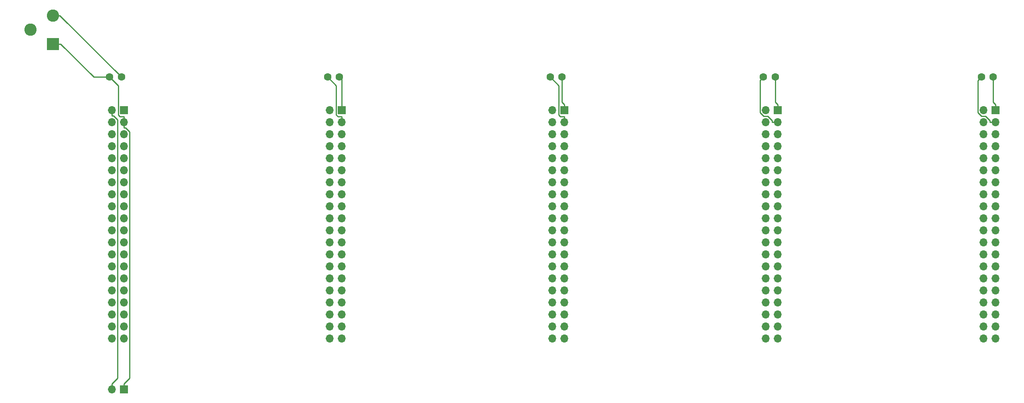
<source format=gbl>
G04 #@! TF.GenerationSoftware,KiCad,Pcbnew,(5.1.12)-1*
G04 #@! TF.CreationDate,2022-10-05T17:50:00-05:00*
G04 #@! TF.ProjectId,motherboard,6d6f7468-6572-4626-9f61-72642e6b6963,rev?*
G04 #@! TF.SameCoordinates,Original*
G04 #@! TF.FileFunction,Copper,L2,Bot*
G04 #@! TF.FilePolarity,Positive*
%FSLAX46Y46*%
G04 Gerber Fmt 4.6, Leading zero omitted, Abs format (unit mm)*
G04 Created by KiCad (PCBNEW (5.1.12)-1) date 2022-10-05 17:50:00*
%MOMM*%
%LPD*%
G01*
G04 APERTURE LIST*
G04 #@! TA.AperFunction,ComponentPad*
%ADD10O,1.700000X1.700000*%
G04 #@! TD*
G04 #@! TA.AperFunction,ComponentPad*
%ADD11R,1.700000X1.700000*%
G04 #@! TD*
G04 #@! TA.AperFunction,ComponentPad*
%ADD12C,1.600000*%
G04 #@! TD*
G04 #@! TA.AperFunction,ComponentPad*
%ADD13R,2.600000X2.600000*%
G04 #@! TD*
G04 #@! TA.AperFunction,ComponentPad*
%ADD14C,2.600000*%
G04 #@! TD*
G04 #@! TA.AperFunction,Conductor*
%ADD15C,0.250000*%
G04 #@! TD*
G04 APERTURE END LIST*
D10*
X232460000Y-105260000D03*
X235000000Y-105260000D03*
X232460000Y-102720000D03*
X235000000Y-102720000D03*
X232460000Y-100180000D03*
X235000000Y-100180000D03*
X232460000Y-97640000D03*
X235000000Y-97640000D03*
X232460000Y-95100000D03*
X235000000Y-95100000D03*
X232460000Y-92560000D03*
X235000000Y-92560000D03*
X232460000Y-90020000D03*
X235000000Y-90020000D03*
X232460000Y-87480000D03*
X235000000Y-87480000D03*
X232460000Y-84940000D03*
X235000000Y-84940000D03*
X232460000Y-82400000D03*
X235000000Y-82400000D03*
X232460000Y-79860000D03*
X235000000Y-79860000D03*
X232460000Y-77320000D03*
X235000000Y-77320000D03*
X232460000Y-74780000D03*
X235000000Y-74780000D03*
X232460000Y-72240000D03*
X235000000Y-72240000D03*
X232460000Y-69700000D03*
X235000000Y-69700000D03*
X232460000Y-67160000D03*
X235000000Y-67160000D03*
X232460000Y-64620000D03*
X235000000Y-64620000D03*
X232460000Y-62080000D03*
X235000000Y-62080000D03*
X232460000Y-59540000D03*
X235000000Y-59540000D03*
X232460000Y-57000000D03*
D11*
X235000000Y-57000000D03*
D10*
X186460000Y-105260000D03*
X189000000Y-105260000D03*
X186460000Y-102720000D03*
X189000000Y-102720000D03*
X186460000Y-100180000D03*
X189000000Y-100180000D03*
X186460000Y-97640000D03*
X189000000Y-97640000D03*
X186460000Y-95100000D03*
X189000000Y-95100000D03*
X186460000Y-92560000D03*
X189000000Y-92560000D03*
X186460000Y-90020000D03*
X189000000Y-90020000D03*
X186460000Y-87480000D03*
X189000000Y-87480000D03*
X186460000Y-84940000D03*
X189000000Y-84940000D03*
X186460000Y-82400000D03*
X189000000Y-82400000D03*
X186460000Y-79860000D03*
X189000000Y-79860000D03*
X186460000Y-77320000D03*
X189000000Y-77320000D03*
X186460000Y-74780000D03*
X189000000Y-74780000D03*
X186460000Y-72240000D03*
X189000000Y-72240000D03*
X186460000Y-69700000D03*
X189000000Y-69700000D03*
X186460000Y-67160000D03*
X189000000Y-67160000D03*
X186460000Y-64620000D03*
X189000000Y-64620000D03*
X186460000Y-62080000D03*
X189000000Y-62080000D03*
X186460000Y-59540000D03*
X189000000Y-59540000D03*
X186460000Y-57000000D03*
D11*
X189000000Y-57000000D03*
D10*
X141460000Y-105260000D03*
X144000000Y-105260000D03*
X141460000Y-102720000D03*
X144000000Y-102720000D03*
X141460000Y-100180000D03*
X144000000Y-100180000D03*
X141460000Y-97640000D03*
X144000000Y-97640000D03*
X141460000Y-95100000D03*
X144000000Y-95100000D03*
X141460000Y-92560000D03*
X144000000Y-92560000D03*
X141460000Y-90020000D03*
X144000000Y-90020000D03*
X141460000Y-87480000D03*
X144000000Y-87480000D03*
X141460000Y-84940000D03*
X144000000Y-84940000D03*
X141460000Y-82400000D03*
X144000000Y-82400000D03*
X141460000Y-79860000D03*
X144000000Y-79860000D03*
X141460000Y-77320000D03*
X144000000Y-77320000D03*
X141460000Y-74780000D03*
X144000000Y-74780000D03*
X141460000Y-72240000D03*
X144000000Y-72240000D03*
X141460000Y-69700000D03*
X144000000Y-69700000D03*
X141460000Y-67160000D03*
X144000000Y-67160000D03*
X141460000Y-64620000D03*
X144000000Y-64620000D03*
X141460000Y-62080000D03*
X144000000Y-62080000D03*
X141460000Y-59540000D03*
X144000000Y-59540000D03*
X141460000Y-57000000D03*
D11*
X144000000Y-57000000D03*
D10*
X94460000Y-105260000D03*
X97000000Y-105260000D03*
X94460000Y-102720000D03*
X97000000Y-102720000D03*
X94460000Y-100180000D03*
X97000000Y-100180000D03*
X94460000Y-97640000D03*
X97000000Y-97640000D03*
X94460000Y-95100000D03*
X97000000Y-95100000D03*
X94460000Y-92560000D03*
X97000000Y-92560000D03*
X94460000Y-90020000D03*
X97000000Y-90020000D03*
X94460000Y-87480000D03*
X97000000Y-87480000D03*
X94460000Y-84940000D03*
X97000000Y-84940000D03*
X94460000Y-82400000D03*
X97000000Y-82400000D03*
X94460000Y-79860000D03*
X97000000Y-79860000D03*
X94460000Y-77320000D03*
X97000000Y-77320000D03*
X94460000Y-74780000D03*
X97000000Y-74780000D03*
X94460000Y-72240000D03*
X97000000Y-72240000D03*
X94460000Y-69700000D03*
X97000000Y-69700000D03*
X94460000Y-67160000D03*
X97000000Y-67160000D03*
X94460000Y-64620000D03*
X97000000Y-64620000D03*
X94460000Y-62080000D03*
X97000000Y-62080000D03*
X94460000Y-59540000D03*
X97000000Y-59540000D03*
X94460000Y-57000000D03*
D11*
X97000000Y-57000000D03*
D10*
X48460000Y-105260000D03*
X51000000Y-105260000D03*
X48460000Y-102720000D03*
X51000000Y-102720000D03*
X48460000Y-100180000D03*
X51000000Y-100180000D03*
X48460000Y-97640000D03*
X51000000Y-97640000D03*
X48460000Y-95100000D03*
X51000000Y-95100000D03*
X48460000Y-92560000D03*
X51000000Y-92560000D03*
X48460000Y-90020000D03*
X51000000Y-90020000D03*
X48460000Y-87480000D03*
X51000000Y-87480000D03*
X48460000Y-84940000D03*
X51000000Y-84940000D03*
X48460000Y-82400000D03*
X51000000Y-82400000D03*
X48460000Y-79860000D03*
X51000000Y-79860000D03*
X48460000Y-77320000D03*
X51000000Y-77320000D03*
X48460000Y-74780000D03*
X51000000Y-74780000D03*
X48460000Y-72240000D03*
X51000000Y-72240000D03*
X48460000Y-69700000D03*
X51000000Y-69700000D03*
X48460000Y-67160000D03*
X51000000Y-67160000D03*
X48460000Y-64620000D03*
X51000000Y-64620000D03*
X48460000Y-62080000D03*
X51000000Y-62080000D03*
X48460000Y-59540000D03*
X51000000Y-59540000D03*
X48460000Y-57000000D03*
D11*
X51000000Y-57000000D03*
D12*
X232000000Y-50000000D03*
X234500000Y-50000000D03*
X96500000Y-50000000D03*
X94000000Y-50000000D03*
X186000000Y-50000000D03*
X188500000Y-50000000D03*
X143500000Y-50000000D03*
X141000000Y-50000000D03*
X48000000Y-50000000D03*
X50500000Y-50000000D03*
D13*
X36000000Y-43000000D03*
D14*
X36000000Y-37000000D03*
X31300000Y-40000000D03*
D11*
X51000000Y-116000000D03*
D10*
X48460000Y-116000000D03*
D15*
X144000000Y-59540000D02*
X144000000Y-58364900D01*
X141000000Y-50000000D02*
X142824800Y-51824800D01*
X142824800Y-51824800D02*
X142824800Y-58020800D01*
X142824800Y-58020800D02*
X143168900Y-58364900D01*
X143168900Y-58364900D02*
X144000000Y-58364900D01*
X97000000Y-59540000D02*
X97000000Y-58364900D01*
X97000000Y-58364900D02*
X96192100Y-58364900D01*
X96192100Y-58364900D02*
X95824900Y-57997700D01*
X95824900Y-57997700D02*
X95824900Y-51824900D01*
X95824900Y-51824900D02*
X94000000Y-50000000D01*
X48000000Y-50000000D02*
X44625100Y-50000000D01*
X44625100Y-50000000D02*
X37625100Y-43000000D01*
X51000000Y-58364900D02*
X50168900Y-58364900D01*
X50168900Y-58364900D02*
X49824800Y-58020800D01*
X49824800Y-58020800D02*
X49824800Y-51824800D01*
X49824800Y-51824800D02*
X48000000Y-50000000D01*
X36000000Y-43000000D02*
X37625100Y-43000000D01*
X235000000Y-59540000D02*
X233824900Y-59540000D01*
X232000000Y-50000000D02*
X231258000Y-50742000D01*
X231258000Y-50742000D02*
X231258000Y-57462100D01*
X231258000Y-57462100D02*
X232065900Y-58270000D01*
X232065900Y-58270000D02*
X232920100Y-58270000D01*
X232920100Y-58270000D02*
X233824900Y-59174800D01*
X233824900Y-59174800D02*
X233824900Y-59540000D01*
X189000000Y-59540000D02*
X187824900Y-59540000D01*
X186000000Y-50000000D02*
X185272500Y-50727500D01*
X185272500Y-50727500D02*
X185272500Y-57476600D01*
X185272500Y-57476600D02*
X186065900Y-58270000D01*
X186065900Y-58270000D02*
X186920100Y-58270000D01*
X186920100Y-58270000D02*
X187824900Y-59174800D01*
X187824900Y-59174800D02*
X187824900Y-59540000D01*
X51000000Y-59540000D02*
X51000000Y-58364900D01*
X51000000Y-59540000D02*
X51000000Y-60715100D01*
X51000000Y-116000000D02*
X51000000Y-114824900D01*
X51000000Y-114824900D02*
X52194200Y-113630700D01*
X52194200Y-113630700D02*
X52194200Y-61544100D01*
X52194200Y-61544100D02*
X51365200Y-60715100D01*
X51365200Y-60715100D02*
X51000000Y-60715100D01*
X235000000Y-57000000D02*
X235000000Y-55824900D01*
X235000000Y-55824900D02*
X234500000Y-55324900D01*
X234500000Y-55324900D02*
X234500000Y-50000000D01*
X189000000Y-57000000D02*
X189000000Y-55824900D01*
X189000000Y-55824900D02*
X188500000Y-55324900D01*
X188500000Y-55324900D02*
X188500000Y-50000000D01*
X96500000Y-50000000D02*
X97000000Y-50500000D01*
X97000000Y-50500000D02*
X97000000Y-57000000D01*
X144000000Y-57000000D02*
X144000000Y-55824900D01*
X143500000Y-50000000D02*
X143500000Y-55324900D01*
X143500000Y-55324900D02*
X144000000Y-55824900D01*
X36000000Y-37000000D02*
X37500000Y-37000000D01*
X37500000Y-37000000D02*
X50500000Y-50000000D01*
X48460000Y-57000000D02*
X48460000Y-58175100D01*
X48460000Y-116000000D02*
X48460000Y-114824900D01*
X48460000Y-114824900D02*
X49673100Y-113611800D01*
X49673100Y-113611800D02*
X49673100Y-59023000D01*
X49673100Y-59023000D02*
X48825200Y-58175100D01*
X48825200Y-58175100D02*
X48460000Y-58175100D01*
M02*

</source>
